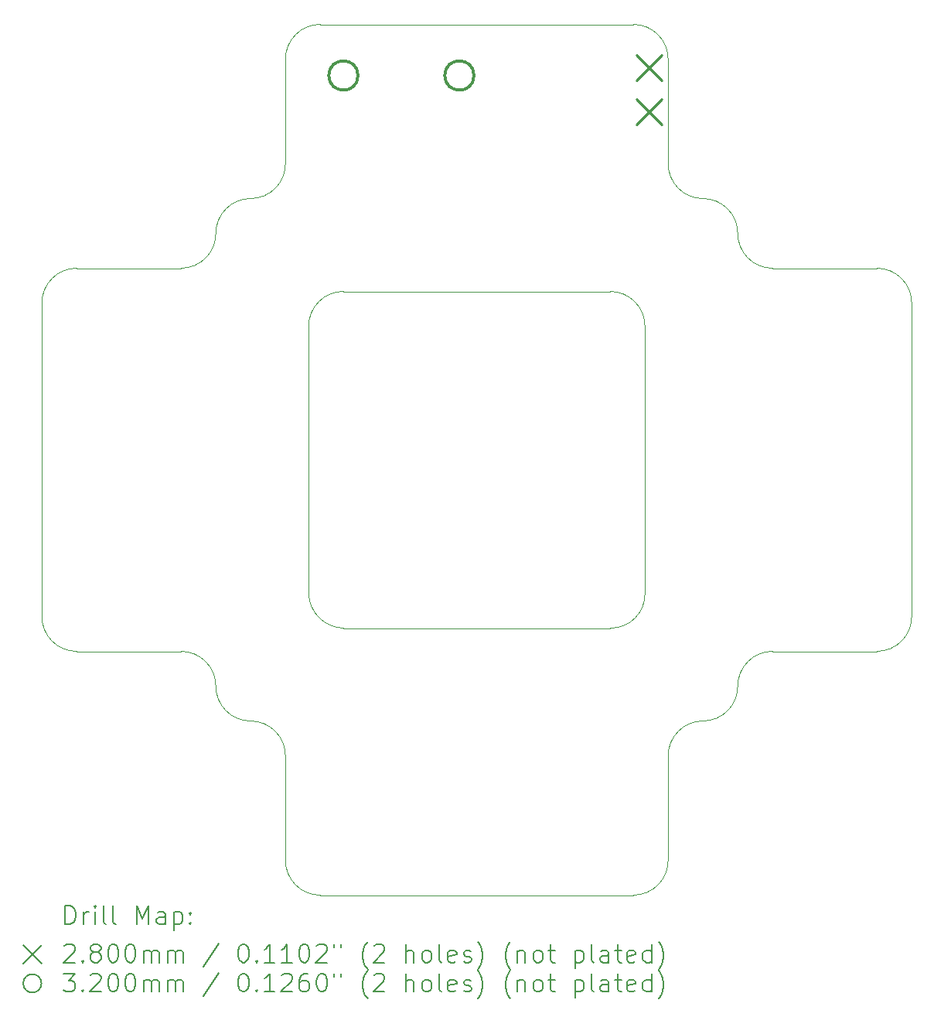
<source format=gbr>
%TF.GenerationSoftware,KiCad,Pcbnew,9.0.0*%
%TF.CreationDate,2025-02-28T23:28:11-08:00*%
%TF.ProjectId,Constellation Saddle V1.1,436f6e73-7465-46c6-9c61-74696f6e2053,rev?*%
%TF.SameCoordinates,Original*%
%TF.FileFunction,Drillmap*%
%TF.FilePolarity,Positive*%
%FSLAX45Y45*%
G04 Gerber Fmt 4.5, Leading zero omitted, Abs format (unit mm)*
G04 Created by KiCad (PCBNEW 9.0.0) date 2025-02-28 23:28:11*
%MOMM*%
%LPD*%
G01*
G04 APERTURE LIST*
%ADD10C,0.100000*%
%ADD11C,0.200000*%
%ADD12C,0.280000*%
%ADD13C,0.320000*%
G04 APERTURE END LIST*
D10*
X6858000Y-3556000D02*
G75*
G02*
X7239000Y-3937000I0J-381000D01*
G01*
X2159000Y-7493000D02*
G75*
G02*
X2540000Y-7874000I0J-381000D01*
G01*
X2921000Y-8255000D02*
G75*
G02*
X2540000Y-7874000I0J381000D01*
G01*
X7112000Y-635000D02*
X3683000Y-635000D01*
X8636000Y-3302000D02*
X9779000Y-3302000D01*
X7874000Y-2540000D02*
G75*
G02*
X8255000Y-2921000I0J-381000D01*
G01*
X3302000Y-1016000D02*
G75*
G02*
X3683000Y-635000I381000J0D01*
G01*
X635000Y-3683000D02*
X635000Y-7112000D01*
X7493000Y-8636000D02*
G75*
G02*
X7874000Y-8255000I381000J0D01*
G01*
X3556000Y-3937000D02*
X3556000Y-6858000D01*
X3302000Y-2159000D02*
X3302000Y-1016000D01*
X3683000Y-10160000D02*
X7112000Y-10160000D01*
X2159000Y-3302000D02*
X1016000Y-3302000D01*
X2159000Y-7493000D02*
X1016000Y-7493000D01*
X3556000Y-3937000D02*
G75*
G02*
X3937000Y-3556000I381000J0D01*
G01*
X3302000Y-8636000D02*
X3302000Y-9779000D01*
X8636000Y-7493000D02*
X9779000Y-7493000D01*
X8636000Y-3302000D02*
G75*
G02*
X8255000Y-2921000I0J381000D01*
G01*
X7493000Y-9779000D02*
G75*
G02*
X7112000Y-10160000I-381000J0D01*
G01*
X3937000Y-7239000D02*
X6858000Y-7239000D01*
X9779000Y-3302000D02*
G75*
G02*
X10160000Y-3683000I0J-381000D01*
G01*
X7112000Y-635000D02*
G75*
G02*
X7493000Y-1016000I0J-381000D01*
G01*
X2540000Y-2921000D02*
G75*
G02*
X2159000Y-3302000I-381000J0D01*
G01*
X3937000Y-7239000D02*
G75*
G02*
X3556000Y-6858000I10290J391290D01*
G01*
X8255000Y-7874000D02*
G75*
G02*
X8636000Y-7493000I381000J0D01*
G01*
X3302000Y-2159000D02*
G75*
G02*
X2921000Y-2540000I-381000J0D01*
G01*
X7493000Y-2159000D02*
X7493000Y-1016000D01*
X7493000Y-8636000D02*
X7493000Y-9779000D01*
X10160000Y-7112000D02*
X10160000Y-3683000D01*
X8255000Y-7874000D02*
G75*
G02*
X7874000Y-8255000I-381000J0D01*
G01*
X635000Y-3683000D02*
G75*
G02*
X1016000Y-3302000I381000J0D01*
G01*
X7239000Y-3937000D02*
X7239000Y-6858000D01*
X2540000Y-2921000D02*
G75*
G02*
X2921000Y-2540000I381000J0D01*
G01*
X7874000Y-2540000D02*
G75*
G02*
X7493000Y-2159000I0J381000D01*
G01*
X3937000Y-3556000D02*
X6858000Y-3556000D01*
X10160000Y-7112000D02*
G75*
G02*
X9779000Y-7493000I-381000J0D01*
G01*
X3683000Y-10160000D02*
G75*
G02*
X3302000Y-9779000I0J381000D01*
G01*
X1016000Y-7493000D02*
G75*
G02*
X635000Y-7112000I0J381000D01*
G01*
X2921000Y-8255000D02*
G75*
G02*
X3302000Y-8636000I0J-381000D01*
G01*
X7239000Y-6858000D02*
G75*
G02*
X6858000Y-7239000I-372897J-8103D01*
G01*
D11*
D12*
X7146500Y-970000D02*
X7426500Y-1250000D01*
X7426500Y-970000D02*
X7146500Y-1250000D01*
X7146500Y-1450000D02*
X7426500Y-1730000D01*
X7426500Y-1450000D02*
X7146500Y-1730000D01*
D13*
X4097000Y-1193800D02*
G75*
G02*
X3777000Y-1193800I-160000J0D01*
G01*
X3777000Y-1193800D02*
G75*
G02*
X4097000Y-1193800I160000J0D01*
G01*
X5367000Y-1193800D02*
G75*
G02*
X5047000Y-1193800I-160000J0D01*
G01*
X5047000Y-1193800D02*
G75*
G02*
X5367000Y-1193800I160000J0D01*
G01*
D11*
X890777Y-10476484D02*
X890777Y-10276484D01*
X890777Y-10276484D02*
X938396Y-10276484D01*
X938396Y-10276484D02*
X966967Y-10286008D01*
X966967Y-10286008D02*
X986015Y-10305055D01*
X986015Y-10305055D02*
X995539Y-10324103D01*
X995539Y-10324103D02*
X1005062Y-10362198D01*
X1005062Y-10362198D02*
X1005062Y-10390770D01*
X1005062Y-10390770D02*
X995539Y-10428865D01*
X995539Y-10428865D02*
X986015Y-10447912D01*
X986015Y-10447912D02*
X966967Y-10466960D01*
X966967Y-10466960D02*
X938396Y-10476484D01*
X938396Y-10476484D02*
X890777Y-10476484D01*
X1090777Y-10476484D02*
X1090777Y-10343150D01*
X1090777Y-10381246D02*
X1100301Y-10362198D01*
X1100301Y-10362198D02*
X1109824Y-10352674D01*
X1109824Y-10352674D02*
X1128872Y-10343150D01*
X1128872Y-10343150D02*
X1147920Y-10343150D01*
X1214586Y-10476484D02*
X1214586Y-10343150D01*
X1214586Y-10276484D02*
X1205063Y-10286008D01*
X1205063Y-10286008D02*
X1214586Y-10295531D01*
X1214586Y-10295531D02*
X1224110Y-10286008D01*
X1224110Y-10286008D02*
X1214586Y-10276484D01*
X1214586Y-10276484D02*
X1214586Y-10295531D01*
X1338396Y-10476484D02*
X1319348Y-10466960D01*
X1319348Y-10466960D02*
X1309824Y-10447912D01*
X1309824Y-10447912D02*
X1309824Y-10276484D01*
X1443158Y-10476484D02*
X1424110Y-10466960D01*
X1424110Y-10466960D02*
X1414586Y-10447912D01*
X1414586Y-10447912D02*
X1414586Y-10276484D01*
X1671729Y-10476484D02*
X1671729Y-10276484D01*
X1671729Y-10276484D02*
X1738396Y-10419341D01*
X1738396Y-10419341D02*
X1805062Y-10276484D01*
X1805062Y-10276484D02*
X1805062Y-10476484D01*
X1986015Y-10476484D02*
X1986015Y-10371722D01*
X1986015Y-10371722D02*
X1976491Y-10352674D01*
X1976491Y-10352674D02*
X1957443Y-10343150D01*
X1957443Y-10343150D02*
X1919348Y-10343150D01*
X1919348Y-10343150D02*
X1900301Y-10352674D01*
X1986015Y-10466960D02*
X1966967Y-10476484D01*
X1966967Y-10476484D02*
X1919348Y-10476484D01*
X1919348Y-10476484D02*
X1900301Y-10466960D01*
X1900301Y-10466960D02*
X1890777Y-10447912D01*
X1890777Y-10447912D02*
X1890777Y-10428865D01*
X1890777Y-10428865D02*
X1900301Y-10409817D01*
X1900301Y-10409817D02*
X1919348Y-10400293D01*
X1919348Y-10400293D02*
X1966967Y-10400293D01*
X1966967Y-10400293D02*
X1986015Y-10390770D01*
X2081253Y-10343150D02*
X2081253Y-10543150D01*
X2081253Y-10352674D02*
X2100301Y-10343150D01*
X2100301Y-10343150D02*
X2138396Y-10343150D01*
X2138396Y-10343150D02*
X2157444Y-10352674D01*
X2157444Y-10352674D02*
X2166967Y-10362198D01*
X2166967Y-10362198D02*
X2176491Y-10381246D01*
X2176491Y-10381246D02*
X2176491Y-10438389D01*
X2176491Y-10438389D02*
X2166967Y-10457436D01*
X2166967Y-10457436D02*
X2157444Y-10466960D01*
X2157444Y-10466960D02*
X2138396Y-10476484D01*
X2138396Y-10476484D02*
X2100301Y-10476484D01*
X2100301Y-10476484D02*
X2081253Y-10466960D01*
X2262205Y-10457436D02*
X2271729Y-10466960D01*
X2271729Y-10466960D02*
X2262205Y-10476484D01*
X2262205Y-10476484D02*
X2252682Y-10466960D01*
X2252682Y-10466960D02*
X2262205Y-10457436D01*
X2262205Y-10457436D02*
X2262205Y-10476484D01*
X2262205Y-10352674D02*
X2271729Y-10362198D01*
X2271729Y-10362198D02*
X2262205Y-10371722D01*
X2262205Y-10371722D02*
X2252682Y-10362198D01*
X2252682Y-10362198D02*
X2262205Y-10352674D01*
X2262205Y-10352674D02*
X2262205Y-10371722D01*
X430000Y-10705000D02*
X630000Y-10905000D01*
X630000Y-10705000D02*
X430000Y-10905000D01*
X881253Y-10715531D02*
X890777Y-10706008D01*
X890777Y-10706008D02*
X909824Y-10696484D01*
X909824Y-10696484D02*
X957443Y-10696484D01*
X957443Y-10696484D02*
X976491Y-10706008D01*
X976491Y-10706008D02*
X986015Y-10715531D01*
X986015Y-10715531D02*
X995539Y-10734579D01*
X995539Y-10734579D02*
X995539Y-10753627D01*
X995539Y-10753627D02*
X986015Y-10782198D01*
X986015Y-10782198D02*
X871729Y-10896484D01*
X871729Y-10896484D02*
X995539Y-10896484D01*
X1081253Y-10877436D02*
X1090777Y-10886960D01*
X1090777Y-10886960D02*
X1081253Y-10896484D01*
X1081253Y-10896484D02*
X1071729Y-10886960D01*
X1071729Y-10886960D02*
X1081253Y-10877436D01*
X1081253Y-10877436D02*
X1081253Y-10896484D01*
X1205063Y-10782198D02*
X1186015Y-10772674D01*
X1186015Y-10772674D02*
X1176491Y-10763150D01*
X1176491Y-10763150D02*
X1166967Y-10744103D01*
X1166967Y-10744103D02*
X1166967Y-10734579D01*
X1166967Y-10734579D02*
X1176491Y-10715531D01*
X1176491Y-10715531D02*
X1186015Y-10706008D01*
X1186015Y-10706008D02*
X1205063Y-10696484D01*
X1205063Y-10696484D02*
X1243158Y-10696484D01*
X1243158Y-10696484D02*
X1262205Y-10706008D01*
X1262205Y-10706008D02*
X1271729Y-10715531D01*
X1271729Y-10715531D02*
X1281253Y-10734579D01*
X1281253Y-10734579D02*
X1281253Y-10744103D01*
X1281253Y-10744103D02*
X1271729Y-10763150D01*
X1271729Y-10763150D02*
X1262205Y-10772674D01*
X1262205Y-10772674D02*
X1243158Y-10782198D01*
X1243158Y-10782198D02*
X1205063Y-10782198D01*
X1205063Y-10782198D02*
X1186015Y-10791722D01*
X1186015Y-10791722D02*
X1176491Y-10801246D01*
X1176491Y-10801246D02*
X1166967Y-10820293D01*
X1166967Y-10820293D02*
X1166967Y-10858389D01*
X1166967Y-10858389D02*
X1176491Y-10877436D01*
X1176491Y-10877436D02*
X1186015Y-10886960D01*
X1186015Y-10886960D02*
X1205063Y-10896484D01*
X1205063Y-10896484D02*
X1243158Y-10896484D01*
X1243158Y-10896484D02*
X1262205Y-10886960D01*
X1262205Y-10886960D02*
X1271729Y-10877436D01*
X1271729Y-10877436D02*
X1281253Y-10858389D01*
X1281253Y-10858389D02*
X1281253Y-10820293D01*
X1281253Y-10820293D02*
X1271729Y-10801246D01*
X1271729Y-10801246D02*
X1262205Y-10791722D01*
X1262205Y-10791722D02*
X1243158Y-10782198D01*
X1405062Y-10696484D02*
X1424110Y-10696484D01*
X1424110Y-10696484D02*
X1443158Y-10706008D01*
X1443158Y-10706008D02*
X1452682Y-10715531D01*
X1452682Y-10715531D02*
X1462205Y-10734579D01*
X1462205Y-10734579D02*
X1471729Y-10772674D01*
X1471729Y-10772674D02*
X1471729Y-10820293D01*
X1471729Y-10820293D02*
X1462205Y-10858389D01*
X1462205Y-10858389D02*
X1452682Y-10877436D01*
X1452682Y-10877436D02*
X1443158Y-10886960D01*
X1443158Y-10886960D02*
X1424110Y-10896484D01*
X1424110Y-10896484D02*
X1405062Y-10896484D01*
X1405062Y-10896484D02*
X1386015Y-10886960D01*
X1386015Y-10886960D02*
X1376491Y-10877436D01*
X1376491Y-10877436D02*
X1366967Y-10858389D01*
X1366967Y-10858389D02*
X1357444Y-10820293D01*
X1357444Y-10820293D02*
X1357444Y-10772674D01*
X1357444Y-10772674D02*
X1366967Y-10734579D01*
X1366967Y-10734579D02*
X1376491Y-10715531D01*
X1376491Y-10715531D02*
X1386015Y-10706008D01*
X1386015Y-10706008D02*
X1405062Y-10696484D01*
X1595539Y-10696484D02*
X1614586Y-10696484D01*
X1614586Y-10696484D02*
X1633634Y-10706008D01*
X1633634Y-10706008D02*
X1643158Y-10715531D01*
X1643158Y-10715531D02*
X1652682Y-10734579D01*
X1652682Y-10734579D02*
X1662205Y-10772674D01*
X1662205Y-10772674D02*
X1662205Y-10820293D01*
X1662205Y-10820293D02*
X1652682Y-10858389D01*
X1652682Y-10858389D02*
X1643158Y-10877436D01*
X1643158Y-10877436D02*
X1633634Y-10886960D01*
X1633634Y-10886960D02*
X1614586Y-10896484D01*
X1614586Y-10896484D02*
X1595539Y-10896484D01*
X1595539Y-10896484D02*
X1576491Y-10886960D01*
X1576491Y-10886960D02*
X1566967Y-10877436D01*
X1566967Y-10877436D02*
X1557443Y-10858389D01*
X1557443Y-10858389D02*
X1547920Y-10820293D01*
X1547920Y-10820293D02*
X1547920Y-10772674D01*
X1547920Y-10772674D02*
X1557443Y-10734579D01*
X1557443Y-10734579D02*
X1566967Y-10715531D01*
X1566967Y-10715531D02*
X1576491Y-10706008D01*
X1576491Y-10706008D02*
X1595539Y-10696484D01*
X1747920Y-10896484D02*
X1747920Y-10763150D01*
X1747920Y-10782198D02*
X1757443Y-10772674D01*
X1757443Y-10772674D02*
X1776491Y-10763150D01*
X1776491Y-10763150D02*
X1805063Y-10763150D01*
X1805063Y-10763150D02*
X1824110Y-10772674D01*
X1824110Y-10772674D02*
X1833634Y-10791722D01*
X1833634Y-10791722D02*
X1833634Y-10896484D01*
X1833634Y-10791722D02*
X1843158Y-10772674D01*
X1843158Y-10772674D02*
X1862205Y-10763150D01*
X1862205Y-10763150D02*
X1890777Y-10763150D01*
X1890777Y-10763150D02*
X1909824Y-10772674D01*
X1909824Y-10772674D02*
X1919348Y-10791722D01*
X1919348Y-10791722D02*
X1919348Y-10896484D01*
X2014586Y-10896484D02*
X2014586Y-10763150D01*
X2014586Y-10782198D02*
X2024110Y-10772674D01*
X2024110Y-10772674D02*
X2043158Y-10763150D01*
X2043158Y-10763150D02*
X2071729Y-10763150D01*
X2071729Y-10763150D02*
X2090777Y-10772674D01*
X2090777Y-10772674D02*
X2100301Y-10791722D01*
X2100301Y-10791722D02*
X2100301Y-10896484D01*
X2100301Y-10791722D02*
X2109825Y-10772674D01*
X2109825Y-10772674D02*
X2128872Y-10763150D01*
X2128872Y-10763150D02*
X2157444Y-10763150D01*
X2157444Y-10763150D02*
X2176491Y-10772674D01*
X2176491Y-10772674D02*
X2186015Y-10791722D01*
X2186015Y-10791722D02*
X2186015Y-10896484D01*
X2576491Y-10686960D02*
X2405063Y-10944103D01*
X2833634Y-10696484D02*
X2852682Y-10696484D01*
X2852682Y-10696484D02*
X2871729Y-10706008D01*
X2871729Y-10706008D02*
X2881253Y-10715531D01*
X2881253Y-10715531D02*
X2890777Y-10734579D01*
X2890777Y-10734579D02*
X2900301Y-10772674D01*
X2900301Y-10772674D02*
X2900301Y-10820293D01*
X2900301Y-10820293D02*
X2890777Y-10858389D01*
X2890777Y-10858389D02*
X2881253Y-10877436D01*
X2881253Y-10877436D02*
X2871729Y-10886960D01*
X2871729Y-10886960D02*
X2852682Y-10896484D01*
X2852682Y-10896484D02*
X2833634Y-10896484D01*
X2833634Y-10896484D02*
X2814586Y-10886960D01*
X2814586Y-10886960D02*
X2805063Y-10877436D01*
X2805063Y-10877436D02*
X2795539Y-10858389D01*
X2795539Y-10858389D02*
X2786015Y-10820293D01*
X2786015Y-10820293D02*
X2786015Y-10772674D01*
X2786015Y-10772674D02*
X2795539Y-10734579D01*
X2795539Y-10734579D02*
X2805063Y-10715531D01*
X2805063Y-10715531D02*
X2814586Y-10706008D01*
X2814586Y-10706008D02*
X2833634Y-10696484D01*
X2986015Y-10877436D02*
X2995539Y-10886960D01*
X2995539Y-10886960D02*
X2986015Y-10896484D01*
X2986015Y-10896484D02*
X2976491Y-10886960D01*
X2976491Y-10886960D02*
X2986015Y-10877436D01*
X2986015Y-10877436D02*
X2986015Y-10896484D01*
X3186015Y-10896484D02*
X3071729Y-10896484D01*
X3128872Y-10896484D02*
X3128872Y-10696484D01*
X3128872Y-10696484D02*
X3109825Y-10725055D01*
X3109825Y-10725055D02*
X3090777Y-10744103D01*
X3090777Y-10744103D02*
X3071729Y-10753627D01*
X3376491Y-10896484D02*
X3262206Y-10896484D01*
X3319348Y-10896484D02*
X3319348Y-10696484D01*
X3319348Y-10696484D02*
X3300301Y-10725055D01*
X3300301Y-10725055D02*
X3281253Y-10744103D01*
X3281253Y-10744103D02*
X3262206Y-10753627D01*
X3500301Y-10696484D02*
X3519348Y-10696484D01*
X3519348Y-10696484D02*
X3538396Y-10706008D01*
X3538396Y-10706008D02*
X3547920Y-10715531D01*
X3547920Y-10715531D02*
X3557444Y-10734579D01*
X3557444Y-10734579D02*
X3566967Y-10772674D01*
X3566967Y-10772674D02*
X3566967Y-10820293D01*
X3566967Y-10820293D02*
X3557444Y-10858389D01*
X3557444Y-10858389D02*
X3547920Y-10877436D01*
X3547920Y-10877436D02*
X3538396Y-10886960D01*
X3538396Y-10886960D02*
X3519348Y-10896484D01*
X3519348Y-10896484D02*
X3500301Y-10896484D01*
X3500301Y-10896484D02*
X3481253Y-10886960D01*
X3481253Y-10886960D02*
X3471729Y-10877436D01*
X3471729Y-10877436D02*
X3462206Y-10858389D01*
X3462206Y-10858389D02*
X3452682Y-10820293D01*
X3452682Y-10820293D02*
X3452682Y-10772674D01*
X3452682Y-10772674D02*
X3462206Y-10734579D01*
X3462206Y-10734579D02*
X3471729Y-10715531D01*
X3471729Y-10715531D02*
X3481253Y-10706008D01*
X3481253Y-10706008D02*
X3500301Y-10696484D01*
X3643158Y-10715531D02*
X3652682Y-10706008D01*
X3652682Y-10706008D02*
X3671729Y-10696484D01*
X3671729Y-10696484D02*
X3719348Y-10696484D01*
X3719348Y-10696484D02*
X3738396Y-10706008D01*
X3738396Y-10706008D02*
X3747920Y-10715531D01*
X3747920Y-10715531D02*
X3757444Y-10734579D01*
X3757444Y-10734579D02*
X3757444Y-10753627D01*
X3757444Y-10753627D02*
X3747920Y-10782198D01*
X3747920Y-10782198D02*
X3633634Y-10896484D01*
X3633634Y-10896484D02*
X3757444Y-10896484D01*
X3833634Y-10696484D02*
X3833634Y-10734579D01*
X3909825Y-10696484D02*
X3909825Y-10734579D01*
X4205063Y-10972674D02*
X4195539Y-10963150D01*
X4195539Y-10963150D02*
X4176491Y-10934579D01*
X4176491Y-10934579D02*
X4166968Y-10915531D01*
X4166968Y-10915531D02*
X4157444Y-10886960D01*
X4157444Y-10886960D02*
X4147920Y-10839341D01*
X4147920Y-10839341D02*
X4147920Y-10801246D01*
X4147920Y-10801246D02*
X4157444Y-10753627D01*
X4157444Y-10753627D02*
X4166968Y-10725055D01*
X4166968Y-10725055D02*
X4176491Y-10706008D01*
X4176491Y-10706008D02*
X4195539Y-10677436D01*
X4195539Y-10677436D02*
X4205063Y-10667912D01*
X4271730Y-10715531D02*
X4281253Y-10706008D01*
X4281253Y-10706008D02*
X4300301Y-10696484D01*
X4300301Y-10696484D02*
X4347920Y-10696484D01*
X4347920Y-10696484D02*
X4366968Y-10706008D01*
X4366968Y-10706008D02*
X4376491Y-10715531D01*
X4376491Y-10715531D02*
X4386015Y-10734579D01*
X4386015Y-10734579D02*
X4386015Y-10753627D01*
X4386015Y-10753627D02*
X4376491Y-10782198D01*
X4376491Y-10782198D02*
X4262206Y-10896484D01*
X4262206Y-10896484D02*
X4386015Y-10896484D01*
X4624111Y-10896484D02*
X4624111Y-10696484D01*
X4709825Y-10896484D02*
X4709825Y-10791722D01*
X4709825Y-10791722D02*
X4700301Y-10772674D01*
X4700301Y-10772674D02*
X4681253Y-10763150D01*
X4681253Y-10763150D02*
X4652682Y-10763150D01*
X4652682Y-10763150D02*
X4633634Y-10772674D01*
X4633634Y-10772674D02*
X4624111Y-10782198D01*
X4833634Y-10896484D02*
X4814587Y-10886960D01*
X4814587Y-10886960D02*
X4805063Y-10877436D01*
X4805063Y-10877436D02*
X4795539Y-10858389D01*
X4795539Y-10858389D02*
X4795539Y-10801246D01*
X4795539Y-10801246D02*
X4805063Y-10782198D01*
X4805063Y-10782198D02*
X4814587Y-10772674D01*
X4814587Y-10772674D02*
X4833634Y-10763150D01*
X4833634Y-10763150D02*
X4862206Y-10763150D01*
X4862206Y-10763150D02*
X4881253Y-10772674D01*
X4881253Y-10772674D02*
X4890777Y-10782198D01*
X4890777Y-10782198D02*
X4900301Y-10801246D01*
X4900301Y-10801246D02*
X4900301Y-10858389D01*
X4900301Y-10858389D02*
X4890777Y-10877436D01*
X4890777Y-10877436D02*
X4881253Y-10886960D01*
X4881253Y-10886960D02*
X4862206Y-10896484D01*
X4862206Y-10896484D02*
X4833634Y-10896484D01*
X5014587Y-10896484D02*
X4995539Y-10886960D01*
X4995539Y-10886960D02*
X4986015Y-10867912D01*
X4986015Y-10867912D02*
X4986015Y-10696484D01*
X5166968Y-10886960D02*
X5147920Y-10896484D01*
X5147920Y-10896484D02*
X5109825Y-10896484D01*
X5109825Y-10896484D02*
X5090777Y-10886960D01*
X5090777Y-10886960D02*
X5081253Y-10867912D01*
X5081253Y-10867912D02*
X5081253Y-10791722D01*
X5081253Y-10791722D02*
X5090777Y-10772674D01*
X5090777Y-10772674D02*
X5109825Y-10763150D01*
X5109825Y-10763150D02*
X5147920Y-10763150D01*
X5147920Y-10763150D02*
X5166968Y-10772674D01*
X5166968Y-10772674D02*
X5176492Y-10791722D01*
X5176492Y-10791722D02*
X5176492Y-10810770D01*
X5176492Y-10810770D02*
X5081253Y-10829817D01*
X5252682Y-10886960D02*
X5271730Y-10896484D01*
X5271730Y-10896484D02*
X5309825Y-10896484D01*
X5309825Y-10896484D02*
X5328873Y-10886960D01*
X5328873Y-10886960D02*
X5338396Y-10867912D01*
X5338396Y-10867912D02*
X5338396Y-10858389D01*
X5338396Y-10858389D02*
X5328873Y-10839341D01*
X5328873Y-10839341D02*
X5309825Y-10829817D01*
X5309825Y-10829817D02*
X5281253Y-10829817D01*
X5281253Y-10829817D02*
X5262206Y-10820293D01*
X5262206Y-10820293D02*
X5252682Y-10801246D01*
X5252682Y-10801246D02*
X5252682Y-10791722D01*
X5252682Y-10791722D02*
X5262206Y-10772674D01*
X5262206Y-10772674D02*
X5281253Y-10763150D01*
X5281253Y-10763150D02*
X5309825Y-10763150D01*
X5309825Y-10763150D02*
X5328873Y-10772674D01*
X5405063Y-10972674D02*
X5414587Y-10963150D01*
X5414587Y-10963150D02*
X5433634Y-10934579D01*
X5433634Y-10934579D02*
X5443158Y-10915531D01*
X5443158Y-10915531D02*
X5452682Y-10886960D01*
X5452682Y-10886960D02*
X5462206Y-10839341D01*
X5462206Y-10839341D02*
X5462206Y-10801246D01*
X5462206Y-10801246D02*
X5452682Y-10753627D01*
X5452682Y-10753627D02*
X5443158Y-10725055D01*
X5443158Y-10725055D02*
X5433634Y-10706008D01*
X5433634Y-10706008D02*
X5414587Y-10677436D01*
X5414587Y-10677436D02*
X5405063Y-10667912D01*
X5766968Y-10972674D02*
X5757444Y-10963150D01*
X5757444Y-10963150D02*
X5738396Y-10934579D01*
X5738396Y-10934579D02*
X5728872Y-10915531D01*
X5728872Y-10915531D02*
X5719349Y-10886960D01*
X5719349Y-10886960D02*
X5709825Y-10839341D01*
X5709825Y-10839341D02*
X5709825Y-10801246D01*
X5709825Y-10801246D02*
X5719349Y-10753627D01*
X5719349Y-10753627D02*
X5728872Y-10725055D01*
X5728872Y-10725055D02*
X5738396Y-10706008D01*
X5738396Y-10706008D02*
X5757444Y-10677436D01*
X5757444Y-10677436D02*
X5766968Y-10667912D01*
X5843158Y-10763150D02*
X5843158Y-10896484D01*
X5843158Y-10782198D02*
X5852682Y-10772674D01*
X5852682Y-10772674D02*
X5871730Y-10763150D01*
X5871730Y-10763150D02*
X5900301Y-10763150D01*
X5900301Y-10763150D02*
X5919349Y-10772674D01*
X5919349Y-10772674D02*
X5928872Y-10791722D01*
X5928872Y-10791722D02*
X5928872Y-10896484D01*
X6052682Y-10896484D02*
X6033634Y-10886960D01*
X6033634Y-10886960D02*
X6024111Y-10877436D01*
X6024111Y-10877436D02*
X6014587Y-10858389D01*
X6014587Y-10858389D02*
X6014587Y-10801246D01*
X6014587Y-10801246D02*
X6024111Y-10782198D01*
X6024111Y-10782198D02*
X6033634Y-10772674D01*
X6033634Y-10772674D02*
X6052682Y-10763150D01*
X6052682Y-10763150D02*
X6081253Y-10763150D01*
X6081253Y-10763150D02*
X6100301Y-10772674D01*
X6100301Y-10772674D02*
X6109825Y-10782198D01*
X6109825Y-10782198D02*
X6119349Y-10801246D01*
X6119349Y-10801246D02*
X6119349Y-10858389D01*
X6119349Y-10858389D02*
X6109825Y-10877436D01*
X6109825Y-10877436D02*
X6100301Y-10886960D01*
X6100301Y-10886960D02*
X6081253Y-10896484D01*
X6081253Y-10896484D02*
X6052682Y-10896484D01*
X6176492Y-10763150D02*
X6252682Y-10763150D01*
X6205063Y-10696484D02*
X6205063Y-10867912D01*
X6205063Y-10867912D02*
X6214587Y-10886960D01*
X6214587Y-10886960D02*
X6233634Y-10896484D01*
X6233634Y-10896484D02*
X6252682Y-10896484D01*
X6471730Y-10763150D02*
X6471730Y-10963150D01*
X6471730Y-10772674D02*
X6490777Y-10763150D01*
X6490777Y-10763150D02*
X6528873Y-10763150D01*
X6528873Y-10763150D02*
X6547920Y-10772674D01*
X6547920Y-10772674D02*
X6557444Y-10782198D01*
X6557444Y-10782198D02*
X6566968Y-10801246D01*
X6566968Y-10801246D02*
X6566968Y-10858389D01*
X6566968Y-10858389D02*
X6557444Y-10877436D01*
X6557444Y-10877436D02*
X6547920Y-10886960D01*
X6547920Y-10886960D02*
X6528873Y-10896484D01*
X6528873Y-10896484D02*
X6490777Y-10896484D01*
X6490777Y-10896484D02*
X6471730Y-10886960D01*
X6681253Y-10896484D02*
X6662206Y-10886960D01*
X6662206Y-10886960D02*
X6652682Y-10867912D01*
X6652682Y-10867912D02*
X6652682Y-10696484D01*
X6843158Y-10896484D02*
X6843158Y-10791722D01*
X6843158Y-10791722D02*
X6833634Y-10772674D01*
X6833634Y-10772674D02*
X6814587Y-10763150D01*
X6814587Y-10763150D02*
X6776492Y-10763150D01*
X6776492Y-10763150D02*
X6757444Y-10772674D01*
X6843158Y-10886960D02*
X6824111Y-10896484D01*
X6824111Y-10896484D02*
X6776492Y-10896484D01*
X6776492Y-10896484D02*
X6757444Y-10886960D01*
X6757444Y-10886960D02*
X6747920Y-10867912D01*
X6747920Y-10867912D02*
X6747920Y-10848865D01*
X6747920Y-10848865D02*
X6757444Y-10829817D01*
X6757444Y-10829817D02*
X6776492Y-10820293D01*
X6776492Y-10820293D02*
X6824111Y-10820293D01*
X6824111Y-10820293D02*
X6843158Y-10810770D01*
X6909825Y-10763150D02*
X6986015Y-10763150D01*
X6938396Y-10696484D02*
X6938396Y-10867912D01*
X6938396Y-10867912D02*
X6947920Y-10886960D01*
X6947920Y-10886960D02*
X6966968Y-10896484D01*
X6966968Y-10896484D02*
X6986015Y-10896484D01*
X7128873Y-10886960D02*
X7109825Y-10896484D01*
X7109825Y-10896484D02*
X7071730Y-10896484D01*
X7071730Y-10896484D02*
X7052682Y-10886960D01*
X7052682Y-10886960D02*
X7043158Y-10867912D01*
X7043158Y-10867912D02*
X7043158Y-10791722D01*
X7043158Y-10791722D02*
X7052682Y-10772674D01*
X7052682Y-10772674D02*
X7071730Y-10763150D01*
X7071730Y-10763150D02*
X7109825Y-10763150D01*
X7109825Y-10763150D02*
X7128873Y-10772674D01*
X7128873Y-10772674D02*
X7138396Y-10791722D01*
X7138396Y-10791722D02*
X7138396Y-10810770D01*
X7138396Y-10810770D02*
X7043158Y-10829817D01*
X7309825Y-10896484D02*
X7309825Y-10696484D01*
X7309825Y-10886960D02*
X7290777Y-10896484D01*
X7290777Y-10896484D02*
X7252682Y-10896484D01*
X7252682Y-10896484D02*
X7233634Y-10886960D01*
X7233634Y-10886960D02*
X7224111Y-10877436D01*
X7224111Y-10877436D02*
X7214587Y-10858389D01*
X7214587Y-10858389D02*
X7214587Y-10801246D01*
X7214587Y-10801246D02*
X7224111Y-10782198D01*
X7224111Y-10782198D02*
X7233634Y-10772674D01*
X7233634Y-10772674D02*
X7252682Y-10763150D01*
X7252682Y-10763150D02*
X7290777Y-10763150D01*
X7290777Y-10763150D02*
X7309825Y-10772674D01*
X7386015Y-10972674D02*
X7395539Y-10963150D01*
X7395539Y-10963150D02*
X7414587Y-10934579D01*
X7414587Y-10934579D02*
X7424111Y-10915531D01*
X7424111Y-10915531D02*
X7433634Y-10886960D01*
X7433634Y-10886960D02*
X7443158Y-10839341D01*
X7443158Y-10839341D02*
X7443158Y-10801246D01*
X7443158Y-10801246D02*
X7433634Y-10753627D01*
X7433634Y-10753627D02*
X7424111Y-10725055D01*
X7424111Y-10725055D02*
X7414587Y-10706008D01*
X7414587Y-10706008D02*
X7395539Y-10677436D01*
X7395539Y-10677436D02*
X7386015Y-10667912D01*
X630000Y-11125000D02*
G75*
G02*
X430000Y-11125000I-100000J0D01*
G01*
X430000Y-11125000D02*
G75*
G02*
X630000Y-11125000I100000J0D01*
G01*
X871729Y-11016484D02*
X995539Y-11016484D01*
X995539Y-11016484D02*
X928872Y-11092674D01*
X928872Y-11092674D02*
X957443Y-11092674D01*
X957443Y-11092674D02*
X976491Y-11102198D01*
X976491Y-11102198D02*
X986015Y-11111722D01*
X986015Y-11111722D02*
X995539Y-11130770D01*
X995539Y-11130770D02*
X995539Y-11178389D01*
X995539Y-11178389D02*
X986015Y-11197436D01*
X986015Y-11197436D02*
X976491Y-11206960D01*
X976491Y-11206960D02*
X957443Y-11216484D01*
X957443Y-11216484D02*
X900301Y-11216484D01*
X900301Y-11216484D02*
X881253Y-11206960D01*
X881253Y-11206960D02*
X871729Y-11197436D01*
X1081253Y-11197436D02*
X1090777Y-11206960D01*
X1090777Y-11206960D02*
X1081253Y-11216484D01*
X1081253Y-11216484D02*
X1071729Y-11206960D01*
X1071729Y-11206960D02*
X1081253Y-11197436D01*
X1081253Y-11197436D02*
X1081253Y-11216484D01*
X1166967Y-11035531D02*
X1176491Y-11026008D01*
X1176491Y-11026008D02*
X1195539Y-11016484D01*
X1195539Y-11016484D02*
X1243158Y-11016484D01*
X1243158Y-11016484D02*
X1262205Y-11026008D01*
X1262205Y-11026008D02*
X1271729Y-11035531D01*
X1271729Y-11035531D02*
X1281253Y-11054579D01*
X1281253Y-11054579D02*
X1281253Y-11073627D01*
X1281253Y-11073627D02*
X1271729Y-11102198D01*
X1271729Y-11102198D02*
X1157444Y-11216484D01*
X1157444Y-11216484D02*
X1281253Y-11216484D01*
X1405062Y-11016484D02*
X1424110Y-11016484D01*
X1424110Y-11016484D02*
X1443158Y-11026008D01*
X1443158Y-11026008D02*
X1452682Y-11035531D01*
X1452682Y-11035531D02*
X1462205Y-11054579D01*
X1462205Y-11054579D02*
X1471729Y-11092674D01*
X1471729Y-11092674D02*
X1471729Y-11140293D01*
X1471729Y-11140293D02*
X1462205Y-11178389D01*
X1462205Y-11178389D02*
X1452682Y-11197436D01*
X1452682Y-11197436D02*
X1443158Y-11206960D01*
X1443158Y-11206960D02*
X1424110Y-11216484D01*
X1424110Y-11216484D02*
X1405062Y-11216484D01*
X1405062Y-11216484D02*
X1386015Y-11206960D01*
X1386015Y-11206960D02*
X1376491Y-11197436D01*
X1376491Y-11197436D02*
X1366967Y-11178389D01*
X1366967Y-11178389D02*
X1357444Y-11140293D01*
X1357444Y-11140293D02*
X1357444Y-11092674D01*
X1357444Y-11092674D02*
X1366967Y-11054579D01*
X1366967Y-11054579D02*
X1376491Y-11035531D01*
X1376491Y-11035531D02*
X1386015Y-11026008D01*
X1386015Y-11026008D02*
X1405062Y-11016484D01*
X1595539Y-11016484D02*
X1614586Y-11016484D01*
X1614586Y-11016484D02*
X1633634Y-11026008D01*
X1633634Y-11026008D02*
X1643158Y-11035531D01*
X1643158Y-11035531D02*
X1652682Y-11054579D01*
X1652682Y-11054579D02*
X1662205Y-11092674D01*
X1662205Y-11092674D02*
X1662205Y-11140293D01*
X1662205Y-11140293D02*
X1652682Y-11178389D01*
X1652682Y-11178389D02*
X1643158Y-11197436D01*
X1643158Y-11197436D02*
X1633634Y-11206960D01*
X1633634Y-11206960D02*
X1614586Y-11216484D01*
X1614586Y-11216484D02*
X1595539Y-11216484D01*
X1595539Y-11216484D02*
X1576491Y-11206960D01*
X1576491Y-11206960D02*
X1566967Y-11197436D01*
X1566967Y-11197436D02*
X1557443Y-11178389D01*
X1557443Y-11178389D02*
X1547920Y-11140293D01*
X1547920Y-11140293D02*
X1547920Y-11092674D01*
X1547920Y-11092674D02*
X1557443Y-11054579D01*
X1557443Y-11054579D02*
X1566967Y-11035531D01*
X1566967Y-11035531D02*
X1576491Y-11026008D01*
X1576491Y-11026008D02*
X1595539Y-11016484D01*
X1747920Y-11216484D02*
X1747920Y-11083150D01*
X1747920Y-11102198D02*
X1757443Y-11092674D01*
X1757443Y-11092674D02*
X1776491Y-11083150D01*
X1776491Y-11083150D02*
X1805063Y-11083150D01*
X1805063Y-11083150D02*
X1824110Y-11092674D01*
X1824110Y-11092674D02*
X1833634Y-11111722D01*
X1833634Y-11111722D02*
X1833634Y-11216484D01*
X1833634Y-11111722D02*
X1843158Y-11092674D01*
X1843158Y-11092674D02*
X1862205Y-11083150D01*
X1862205Y-11083150D02*
X1890777Y-11083150D01*
X1890777Y-11083150D02*
X1909824Y-11092674D01*
X1909824Y-11092674D02*
X1919348Y-11111722D01*
X1919348Y-11111722D02*
X1919348Y-11216484D01*
X2014586Y-11216484D02*
X2014586Y-11083150D01*
X2014586Y-11102198D02*
X2024110Y-11092674D01*
X2024110Y-11092674D02*
X2043158Y-11083150D01*
X2043158Y-11083150D02*
X2071729Y-11083150D01*
X2071729Y-11083150D02*
X2090777Y-11092674D01*
X2090777Y-11092674D02*
X2100301Y-11111722D01*
X2100301Y-11111722D02*
X2100301Y-11216484D01*
X2100301Y-11111722D02*
X2109825Y-11092674D01*
X2109825Y-11092674D02*
X2128872Y-11083150D01*
X2128872Y-11083150D02*
X2157444Y-11083150D01*
X2157444Y-11083150D02*
X2176491Y-11092674D01*
X2176491Y-11092674D02*
X2186015Y-11111722D01*
X2186015Y-11111722D02*
X2186015Y-11216484D01*
X2576491Y-11006960D02*
X2405063Y-11264103D01*
X2833634Y-11016484D02*
X2852682Y-11016484D01*
X2852682Y-11016484D02*
X2871729Y-11026008D01*
X2871729Y-11026008D02*
X2881253Y-11035531D01*
X2881253Y-11035531D02*
X2890777Y-11054579D01*
X2890777Y-11054579D02*
X2900301Y-11092674D01*
X2900301Y-11092674D02*
X2900301Y-11140293D01*
X2900301Y-11140293D02*
X2890777Y-11178389D01*
X2890777Y-11178389D02*
X2881253Y-11197436D01*
X2881253Y-11197436D02*
X2871729Y-11206960D01*
X2871729Y-11206960D02*
X2852682Y-11216484D01*
X2852682Y-11216484D02*
X2833634Y-11216484D01*
X2833634Y-11216484D02*
X2814586Y-11206960D01*
X2814586Y-11206960D02*
X2805063Y-11197436D01*
X2805063Y-11197436D02*
X2795539Y-11178389D01*
X2795539Y-11178389D02*
X2786015Y-11140293D01*
X2786015Y-11140293D02*
X2786015Y-11092674D01*
X2786015Y-11092674D02*
X2795539Y-11054579D01*
X2795539Y-11054579D02*
X2805063Y-11035531D01*
X2805063Y-11035531D02*
X2814586Y-11026008D01*
X2814586Y-11026008D02*
X2833634Y-11016484D01*
X2986015Y-11197436D02*
X2995539Y-11206960D01*
X2995539Y-11206960D02*
X2986015Y-11216484D01*
X2986015Y-11216484D02*
X2976491Y-11206960D01*
X2976491Y-11206960D02*
X2986015Y-11197436D01*
X2986015Y-11197436D02*
X2986015Y-11216484D01*
X3186015Y-11216484D02*
X3071729Y-11216484D01*
X3128872Y-11216484D02*
X3128872Y-11016484D01*
X3128872Y-11016484D02*
X3109825Y-11045055D01*
X3109825Y-11045055D02*
X3090777Y-11064103D01*
X3090777Y-11064103D02*
X3071729Y-11073627D01*
X3262206Y-11035531D02*
X3271729Y-11026008D01*
X3271729Y-11026008D02*
X3290777Y-11016484D01*
X3290777Y-11016484D02*
X3338396Y-11016484D01*
X3338396Y-11016484D02*
X3357444Y-11026008D01*
X3357444Y-11026008D02*
X3366967Y-11035531D01*
X3366967Y-11035531D02*
X3376491Y-11054579D01*
X3376491Y-11054579D02*
X3376491Y-11073627D01*
X3376491Y-11073627D02*
X3366967Y-11102198D01*
X3366967Y-11102198D02*
X3252682Y-11216484D01*
X3252682Y-11216484D02*
X3376491Y-11216484D01*
X3547920Y-11016484D02*
X3509825Y-11016484D01*
X3509825Y-11016484D02*
X3490777Y-11026008D01*
X3490777Y-11026008D02*
X3481253Y-11035531D01*
X3481253Y-11035531D02*
X3462206Y-11064103D01*
X3462206Y-11064103D02*
X3452682Y-11102198D01*
X3452682Y-11102198D02*
X3452682Y-11178389D01*
X3452682Y-11178389D02*
X3462206Y-11197436D01*
X3462206Y-11197436D02*
X3471729Y-11206960D01*
X3471729Y-11206960D02*
X3490777Y-11216484D01*
X3490777Y-11216484D02*
X3528872Y-11216484D01*
X3528872Y-11216484D02*
X3547920Y-11206960D01*
X3547920Y-11206960D02*
X3557444Y-11197436D01*
X3557444Y-11197436D02*
X3566967Y-11178389D01*
X3566967Y-11178389D02*
X3566967Y-11130770D01*
X3566967Y-11130770D02*
X3557444Y-11111722D01*
X3557444Y-11111722D02*
X3547920Y-11102198D01*
X3547920Y-11102198D02*
X3528872Y-11092674D01*
X3528872Y-11092674D02*
X3490777Y-11092674D01*
X3490777Y-11092674D02*
X3471729Y-11102198D01*
X3471729Y-11102198D02*
X3462206Y-11111722D01*
X3462206Y-11111722D02*
X3452682Y-11130770D01*
X3690777Y-11016484D02*
X3709825Y-11016484D01*
X3709825Y-11016484D02*
X3728872Y-11026008D01*
X3728872Y-11026008D02*
X3738396Y-11035531D01*
X3738396Y-11035531D02*
X3747920Y-11054579D01*
X3747920Y-11054579D02*
X3757444Y-11092674D01*
X3757444Y-11092674D02*
X3757444Y-11140293D01*
X3757444Y-11140293D02*
X3747920Y-11178389D01*
X3747920Y-11178389D02*
X3738396Y-11197436D01*
X3738396Y-11197436D02*
X3728872Y-11206960D01*
X3728872Y-11206960D02*
X3709825Y-11216484D01*
X3709825Y-11216484D02*
X3690777Y-11216484D01*
X3690777Y-11216484D02*
X3671729Y-11206960D01*
X3671729Y-11206960D02*
X3662206Y-11197436D01*
X3662206Y-11197436D02*
X3652682Y-11178389D01*
X3652682Y-11178389D02*
X3643158Y-11140293D01*
X3643158Y-11140293D02*
X3643158Y-11092674D01*
X3643158Y-11092674D02*
X3652682Y-11054579D01*
X3652682Y-11054579D02*
X3662206Y-11035531D01*
X3662206Y-11035531D02*
X3671729Y-11026008D01*
X3671729Y-11026008D02*
X3690777Y-11016484D01*
X3833634Y-11016484D02*
X3833634Y-11054579D01*
X3909825Y-11016484D02*
X3909825Y-11054579D01*
X4205063Y-11292674D02*
X4195539Y-11283150D01*
X4195539Y-11283150D02*
X4176491Y-11254579D01*
X4176491Y-11254579D02*
X4166968Y-11235531D01*
X4166968Y-11235531D02*
X4157444Y-11206960D01*
X4157444Y-11206960D02*
X4147920Y-11159341D01*
X4147920Y-11159341D02*
X4147920Y-11121246D01*
X4147920Y-11121246D02*
X4157444Y-11073627D01*
X4157444Y-11073627D02*
X4166968Y-11045055D01*
X4166968Y-11045055D02*
X4176491Y-11026008D01*
X4176491Y-11026008D02*
X4195539Y-10997436D01*
X4195539Y-10997436D02*
X4205063Y-10987912D01*
X4271730Y-11035531D02*
X4281253Y-11026008D01*
X4281253Y-11026008D02*
X4300301Y-11016484D01*
X4300301Y-11016484D02*
X4347920Y-11016484D01*
X4347920Y-11016484D02*
X4366968Y-11026008D01*
X4366968Y-11026008D02*
X4376491Y-11035531D01*
X4376491Y-11035531D02*
X4386015Y-11054579D01*
X4386015Y-11054579D02*
X4386015Y-11073627D01*
X4386015Y-11073627D02*
X4376491Y-11102198D01*
X4376491Y-11102198D02*
X4262206Y-11216484D01*
X4262206Y-11216484D02*
X4386015Y-11216484D01*
X4624111Y-11216484D02*
X4624111Y-11016484D01*
X4709825Y-11216484D02*
X4709825Y-11111722D01*
X4709825Y-11111722D02*
X4700301Y-11092674D01*
X4700301Y-11092674D02*
X4681253Y-11083150D01*
X4681253Y-11083150D02*
X4652682Y-11083150D01*
X4652682Y-11083150D02*
X4633634Y-11092674D01*
X4633634Y-11092674D02*
X4624111Y-11102198D01*
X4833634Y-11216484D02*
X4814587Y-11206960D01*
X4814587Y-11206960D02*
X4805063Y-11197436D01*
X4805063Y-11197436D02*
X4795539Y-11178389D01*
X4795539Y-11178389D02*
X4795539Y-11121246D01*
X4795539Y-11121246D02*
X4805063Y-11102198D01*
X4805063Y-11102198D02*
X4814587Y-11092674D01*
X4814587Y-11092674D02*
X4833634Y-11083150D01*
X4833634Y-11083150D02*
X4862206Y-11083150D01*
X4862206Y-11083150D02*
X4881253Y-11092674D01*
X4881253Y-11092674D02*
X4890777Y-11102198D01*
X4890777Y-11102198D02*
X4900301Y-11121246D01*
X4900301Y-11121246D02*
X4900301Y-11178389D01*
X4900301Y-11178389D02*
X4890777Y-11197436D01*
X4890777Y-11197436D02*
X4881253Y-11206960D01*
X4881253Y-11206960D02*
X4862206Y-11216484D01*
X4862206Y-11216484D02*
X4833634Y-11216484D01*
X5014587Y-11216484D02*
X4995539Y-11206960D01*
X4995539Y-11206960D02*
X4986015Y-11187912D01*
X4986015Y-11187912D02*
X4986015Y-11016484D01*
X5166968Y-11206960D02*
X5147920Y-11216484D01*
X5147920Y-11216484D02*
X5109825Y-11216484D01*
X5109825Y-11216484D02*
X5090777Y-11206960D01*
X5090777Y-11206960D02*
X5081253Y-11187912D01*
X5081253Y-11187912D02*
X5081253Y-11111722D01*
X5081253Y-11111722D02*
X5090777Y-11092674D01*
X5090777Y-11092674D02*
X5109825Y-11083150D01*
X5109825Y-11083150D02*
X5147920Y-11083150D01*
X5147920Y-11083150D02*
X5166968Y-11092674D01*
X5166968Y-11092674D02*
X5176492Y-11111722D01*
X5176492Y-11111722D02*
X5176492Y-11130770D01*
X5176492Y-11130770D02*
X5081253Y-11149817D01*
X5252682Y-11206960D02*
X5271730Y-11216484D01*
X5271730Y-11216484D02*
X5309825Y-11216484D01*
X5309825Y-11216484D02*
X5328873Y-11206960D01*
X5328873Y-11206960D02*
X5338396Y-11187912D01*
X5338396Y-11187912D02*
X5338396Y-11178389D01*
X5338396Y-11178389D02*
X5328873Y-11159341D01*
X5328873Y-11159341D02*
X5309825Y-11149817D01*
X5309825Y-11149817D02*
X5281253Y-11149817D01*
X5281253Y-11149817D02*
X5262206Y-11140293D01*
X5262206Y-11140293D02*
X5252682Y-11121246D01*
X5252682Y-11121246D02*
X5252682Y-11111722D01*
X5252682Y-11111722D02*
X5262206Y-11092674D01*
X5262206Y-11092674D02*
X5281253Y-11083150D01*
X5281253Y-11083150D02*
X5309825Y-11083150D01*
X5309825Y-11083150D02*
X5328873Y-11092674D01*
X5405063Y-11292674D02*
X5414587Y-11283150D01*
X5414587Y-11283150D02*
X5433634Y-11254579D01*
X5433634Y-11254579D02*
X5443158Y-11235531D01*
X5443158Y-11235531D02*
X5452682Y-11206960D01*
X5452682Y-11206960D02*
X5462206Y-11159341D01*
X5462206Y-11159341D02*
X5462206Y-11121246D01*
X5462206Y-11121246D02*
X5452682Y-11073627D01*
X5452682Y-11073627D02*
X5443158Y-11045055D01*
X5443158Y-11045055D02*
X5433634Y-11026008D01*
X5433634Y-11026008D02*
X5414587Y-10997436D01*
X5414587Y-10997436D02*
X5405063Y-10987912D01*
X5766968Y-11292674D02*
X5757444Y-11283150D01*
X5757444Y-11283150D02*
X5738396Y-11254579D01*
X5738396Y-11254579D02*
X5728872Y-11235531D01*
X5728872Y-11235531D02*
X5719349Y-11206960D01*
X5719349Y-11206960D02*
X5709825Y-11159341D01*
X5709825Y-11159341D02*
X5709825Y-11121246D01*
X5709825Y-11121246D02*
X5719349Y-11073627D01*
X5719349Y-11073627D02*
X5728872Y-11045055D01*
X5728872Y-11045055D02*
X5738396Y-11026008D01*
X5738396Y-11026008D02*
X5757444Y-10997436D01*
X5757444Y-10997436D02*
X5766968Y-10987912D01*
X5843158Y-11083150D02*
X5843158Y-11216484D01*
X5843158Y-11102198D02*
X5852682Y-11092674D01*
X5852682Y-11092674D02*
X5871730Y-11083150D01*
X5871730Y-11083150D02*
X5900301Y-11083150D01*
X5900301Y-11083150D02*
X5919349Y-11092674D01*
X5919349Y-11092674D02*
X5928872Y-11111722D01*
X5928872Y-11111722D02*
X5928872Y-11216484D01*
X6052682Y-11216484D02*
X6033634Y-11206960D01*
X6033634Y-11206960D02*
X6024111Y-11197436D01*
X6024111Y-11197436D02*
X6014587Y-11178389D01*
X6014587Y-11178389D02*
X6014587Y-11121246D01*
X6014587Y-11121246D02*
X6024111Y-11102198D01*
X6024111Y-11102198D02*
X6033634Y-11092674D01*
X6033634Y-11092674D02*
X6052682Y-11083150D01*
X6052682Y-11083150D02*
X6081253Y-11083150D01*
X6081253Y-11083150D02*
X6100301Y-11092674D01*
X6100301Y-11092674D02*
X6109825Y-11102198D01*
X6109825Y-11102198D02*
X6119349Y-11121246D01*
X6119349Y-11121246D02*
X6119349Y-11178389D01*
X6119349Y-11178389D02*
X6109825Y-11197436D01*
X6109825Y-11197436D02*
X6100301Y-11206960D01*
X6100301Y-11206960D02*
X6081253Y-11216484D01*
X6081253Y-11216484D02*
X6052682Y-11216484D01*
X6176492Y-11083150D02*
X6252682Y-11083150D01*
X6205063Y-11016484D02*
X6205063Y-11187912D01*
X6205063Y-11187912D02*
X6214587Y-11206960D01*
X6214587Y-11206960D02*
X6233634Y-11216484D01*
X6233634Y-11216484D02*
X6252682Y-11216484D01*
X6471730Y-11083150D02*
X6471730Y-11283150D01*
X6471730Y-11092674D02*
X6490777Y-11083150D01*
X6490777Y-11083150D02*
X6528873Y-11083150D01*
X6528873Y-11083150D02*
X6547920Y-11092674D01*
X6547920Y-11092674D02*
X6557444Y-11102198D01*
X6557444Y-11102198D02*
X6566968Y-11121246D01*
X6566968Y-11121246D02*
X6566968Y-11178389D01*
X6566968Y-11178389D02*
X6557444Y-11197436D01*
X6557444Y-11197436D02*
X6547920Y-11206960D01*
X6547920Y-11206960D02*
X6528873Y-11216484D01*
X6528873Y-11216484D02*
X6490777Y-11216484D01*
X6490777Y-11216484D02*
X6471730Y-11206960D01*
X6681253Y-11216484D02*
X6662206Y-11206960D01*
X6662206Y-11206960D02*
X6652682Y-11187912D01*
X6652682Y-11187912D02*
X6652682Y-11016484D01*
X6843158Y-11216484D02*
X6843158Y-11111722D01*
X6843158Y-11111722D02*
X6833634Y-11092674D01*
X6833634Y-11092674D02*
X6814587Y-11083150D01*
X6814587Y-11083150D02*
X6776492Y-11083150D01*
X6776492Y-11083150D02*
X6757444Y-11092674D01*
X6843158Y-11206960D02*
X6824111Y-11216484D01*
X6824111Y-11216484D02*
X6776492Y-11216484D01*
X6776492Y-11216484D02*
X6757444Y-11206960D01*
X6757444Y-11206960D02*
X6747920Y-11187912D01*
X6747920Y-11187912D02*
X6747920Y-11168865D01*
X6747920Y-11168865D02*
X6757444Y-11149817D01*
X6757444Y-11149817D02*
X6776492Y-11140293D01*
X6776492Y-11140293D02*
X6824111Y-11140293D01*
X6824111Y-11140293D02*
X6843158Y-11130770D01*
X6909825Y-11083150D02*
X6986015Y-11083150D01*
X6938396Y-11016484D02*
X6938396Y-11187912D01*
X6938396Y-11187912D02*
X6947920Y-11206960D01*
X6947920Y-11206960D02*
X6966968Y-11216484D01*
X6966968Y-11216484D02*
X6986015Y-11216484D01*
X7128873Y-11206960D02*
X7109825Y-11216484D01*
X7109825Y-11216484D02*
X7071730Y-11216484D01*
X7071730Y-11216484D02*
X7052682Y-11206960D01*
X7052682Y-11206960D02*
X7043158Y-11187912D01*
X7043158Y-11187912D02*
X7043158Y-11111722D01*
X7043158Y-11111722D02*
X7052682Y-11092674D01*
X7052682Y-11092674D02*
X7071730Y-11083150D01*
X7071730Y-11083150D02*
X7109825Y-11083150D01*
X7109825Y-11083150D02*
X7128873Y-11092674D01*
X7128873Y-11092674D02*
X7138396Y-11111722D01*
X7138396Y-11111722D02*
X7138396Y-11130770D01*
X7138396Y-11130770D02*
X7043158Y-11149817D01*
X7309825Y-11216484D02*
X7309825Y-11016484D01*
X7309825Y-11206960D02*
X7290777Y-11216484D01*
X7290777Y-11216484D02*
X7252682Y-11216484D01*
X7252682Y-11216484D02*
X7233634Y-11206960D01*
X7233634Y-11206960D02*
X7224111Y-11197436D01*
X7224111Y-11197436D02*
X7214587Y-11178389D01*
X7214587Y-11178389D02*
X7214587Y-11121246D01*
X7214587Y-11121246D02*
X7224111Y-11102198D01*
X7224111Y-11102198D02*
X7233634Y-11092674D01*
X7233634Y-11092674D02*
X7252682Y-11083150D01*
X7252682Y-11083150D02*
X7290777Y-11083150D01*
X7290777Y-11083150D02*
X7309825Y-11092674D01*
X7386015Y-11292674D02*
X7395539Y-11283150D01*
X7395539Y-11283150D02*
X7414587Y-11254579D01*
X7414587Y-11254579D02*
X7424111Y-11235531D01*
X7424111Y-11235531D02*
X7433634Y-11206960D01*
X7433634Y-11206960D02*
X7443158Y-11159341D01*
X7443158Y-11159341D02*
X7443158Y-11121246D01*
X7443158Y-11121246D02*
X7433634Y-11073627D01*
X7433634Y-11073627D02*
X7424111Y-11045055D01*
X7424111Y-11045055D02*
X7414587Y-11026008D01*
X7414587Y-11026008D02*
X7395539Y-10997436D01*
X7395539Y-10997436D02*
X7386015Y-10987912D01*
M02*

</source>
